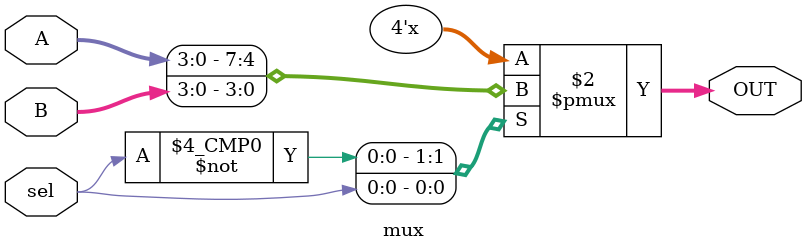
<source format=v>
module mux #(parameter W = 4)(
input [W-1:0] A, B, 
input sel,
output reg [W-1:0] OUT
    );

always @ (A, B, sel)
begin
    case (sel)
        1'b0: OUT = A;
        1'b1: OUT = B;
    endcase
end
    
endmodule
</source>
